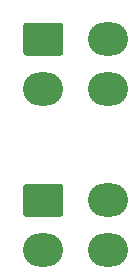
<source format=gbr>
%TF.GenerationSoftware,KiCad,Pcbnew,(5.1.10)-1*%
%TF.CreationDate,2021-11-17T10:49:59+11:00*%
%TF.ProjectId,HUD Panel PCB V2,48554420-5061-46e6-956c-205043422056,rev?*%
%TF.SameCoordinates,Original*%
%TF.FileFunction,Soldermask,Bot*%
%TF.FilePolarity,Negative*%
%FSLAX46Y46*%
G04 Gerber Fmt 4.6, Leading zero omitted, Abs format (unit mm)*
G04 Created by KiCad (PCBNEW (5.1.10)-1) date 2021-11-17 10:49:59*
%MOMM*%
%LPD*%
G01*
G04 APERTURE LIST*
%ADD10O,3.400000X2.800000*%
G04 APERTURE END LIST*
D10*
%TO.C,J2*%
X126400000Y-51850000D03*
X126400000Y-47650000D03*
X120900000Y-51850000D03*
G36*
G01*
X119459260Y-46250000D02*
X122340740Y-46250000D01*
G75*
G02*
X122600000Y-46509260I0J-259260D01*
G01*
X122600000Y-48790740D01*
G75*
G02*
X122340740Y-49050000I-259260J0D01*
G01*
X119459260Y-49050000D01*
G75*
G02*
X119200000Y-48790740I0J259260D01*
G01*
X119200000Y-46509260D01*
G75*
G02*
X119459260Y-46250000I259260J0D01*
G01*
G37*
%TD*%
%TO.C,J1*%
X126400000Y-65500000D03*
X126400000Y-61300000D03*
X120900000Y-65500000D03*
G36*
G01*
X119459260Y-59900000D02*
X122340740Y-59900000D01*
G75*
G02*
X122600000Y-60159260I0J-259260D01*
G01*
X122600000Y-62440740D01*
G75*
G02*
X122340740Y-62700000I-259260J0D01*
G01*
X119459260Y-62700000D01*
G75*
G02*
X119200000Y-62440740I0J259260D01*
G01*
X119200000Y-60159260D01*
G75*
G02*
X119459260Y-59900000I259260J0D01*
G01*
G37*
%TD*%
M02*

</source>
